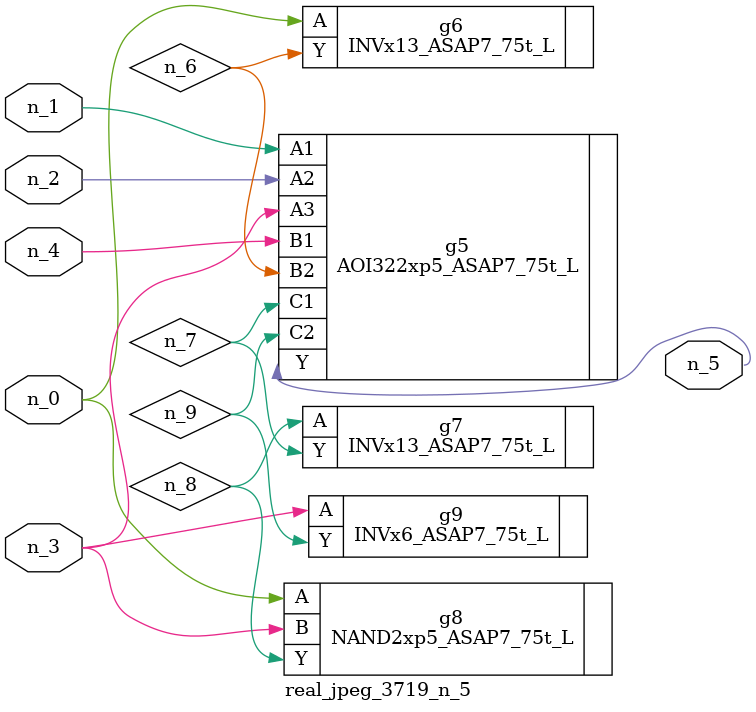
<source format=v>
module real_jpeg_3719_n_5 (n_4, n_0, n_1, n_2, n_3, n_5);

input n_4;
input n_0;
input n_1;
input n_2;
input n_3;

output n_5;

wire n_8;
wire n_6;
wire n_7;
wire n_9;

INVx13_ASAP7_75t_L g6 ( 
.A(n_0),
.Y(n_6)
);

NAND2xp5_ASAP7_75t_L g8 ( 
.A(n_0),
.B(n_3),
.Y(n_8)
);

AOI322xp5_ASAP7_75t_L g5 ( 
.A1(n_1),
.A2(n_2),
.A3(n_3),
.B1(n_4),
.B2(n_6),
.C1(n_7),
.C2(n_9),
.Y(n_5)
);

INVx6_ASAP7_75t_L g9 ( 
.A(n_3),
.Y(n_9)
);

INVx13_ASAP7_75t_L g7 ( 
.A(n_8),
.Y(n_7)
);


endmodule
</source>
